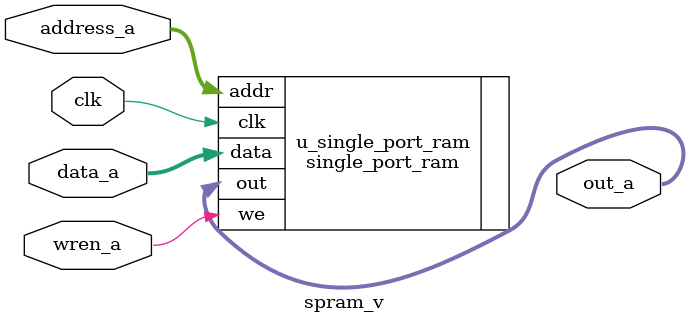
<source format=v>
`define varraysize 160   //100x16
`define Size_H 10   
`define Size_W 10   
`define DATA_WIDTH 16
`define INPUT_DEPTH 16
`define ADD_BIT_MAT 4
`define ADD_BIT_VEC 1


module top(
input clk,
input reset,
input [`ADD_BIT_MAT-1:0] start_addr_matrix,   //start address of the Xin bram (input words to LSTM)
input [`ADD_BIT_MAT-1:0] end_addr_matrix,	  //end address of the Xin bram 
input [`ADD_BIT_VEC-1:0] start_addr_vector,   //start address of the Xin bram (input words to LSTM)
input [`ADD_BIT_VEC-1:0] end_addr_vector,	  //end address of the Xin bram   
output [`DATA_WIDTH-1:0] ht_out, //output ht from the lstm
output reg Done
);


reg [6:0] waddr, inaddr;
reg wren_a, inren_a;
wire [`varraysize-1:0] mulout_fx;
wire [`varraysize-1:0] Wi_in;
wire [`varraysize-1:0] x_in;
assign ht_out = macout_fx;
//BRAMs storing the input and hidden weights of each of the gates
spram_v Wi_mem(.clk(clk),.address_a(waddr),.wren_a(wren_a),.data_a(dummyin_u),.out_a(Wi_in));
//BRAM of the input vectors to LSTM
spram_v Xi_mem(.clk(clk),.address_a(inaddr),.wren_a(inren_a),.data_a(dummyin_v),.out_a(x_in));
vecmat_mul_x #(`varraysize,`INPUT_DEPTH) f_gatex(.clk(clk),.reset(rst),.data(x_in),.W(Wi_in),.tmp(mulout_fx));
vecmat_add_x #(`varraysize,`INPUT_DEPTH) f_gateaddx(.clk(clk),.reset(rst),.mulout(mulout_fx),.data_out(macout_fx));




always @(posedge clk) begin
	if(reset == 1'b1) begin      
		waddr <= start_addr_matrix;
		inaddr <= start_addr_vector;
		wren_a <= 1'b0;
		inren_a <= 1'b0;
		Done <= 1'b0;
	end
	else if (start==1'b0) begin 
			if(inaddr == end_addr_vector) begin
				inaddr <= 1'b0;
				waddr <= 1'b0;
			end
			else if(waddr == end_addr_matrix) begin
				Done = 1'b1;
				inaddr = inaddr + 1'b1;
				waddr <= 1'b0;
			end else begin
				Done = 1'b0;
				waddr = waddr + 1'b1;
			end
			
	end
end

endmodule

 
module vecmat_mul_x #(parameter varraysize=1600,vectwidth=100) //,matsize=64)   // varraysize=1024 vectwidth=64,matsize=4096
(
 input clk,reset,
 input [varraysize-1:0] data,
 input [varraysize-1:0] W,
 //output reg [15:0] data_out
 output [varraysize-1:0] tmp
 );

 
// wire overflow [vectwidth-1:0];  

 wire [15:0] matrix_output[vectwidth-1:0];  
 //wire [15:0] tmp[vectwidth-1:0];


 reg [varraysize-1:0] vector;
 reg [varraysize-1:0] matrix;

 
   
 always @(posedge clk) begin
	if(~reset) begin
		vector <= data;
		matrix <= W;			
       	                         
	   	///count <= count+1;
		//data_out <= tmp97;
	end   
 end      


 /*genvar j;
 generate
	 for(j=0;j<100;j=j+1) begin
   			signedmul mult_u0(.a(vector[j*16+:16]),.b(matrix[j*16+:16]),.c(tmp[j*16+:16]));
	 end
 endgenerate*/
 
 	signedmul mult_u0(.clk(clk),.a(vector[0*16+:16]),.b(matrix[0*16+:16]),.c(tmp[0*16+:16]));
	signedmul mult_u1(.clk(clk),.a(vector[1*16+:16]),.b(matrix[1*16+:16]),.c(tmp[1*16+:16]));
	signedmul mult_u2(.clk(clk),.a(vector[2*16+:16]),.b(matrix[2*16+:16]),.c(tmp[2*16+:16]));
	signedmul mult_u3(.clk(clk),.a(vector[3*16+:16]),.b(matrix[3*16+:16]),.c(tmp[3*16+:16]));
	signedmul mult_u4(.clk(clk),.a(vector[4*16+:16]),.b(matrix[4*16+:16]),.c(tmp[4*16+:16]));
	signedmul mult_u5(.clk(clk),.a(vector[5*16+:16]),.b(matrix[5*16+:16]),.c(tmp[5*16+:16]));
	signedmul mult_u6(.clk(clk),.a(vector[6*16+:16]),.b(matrix[6*16+:16]),.c(tmp[6*16+:16]));
	signedmul mult_u7(.clk(clk),.a(vector[7*16+:16]),.b(matrix[7*16+:16]),.c(tmp[7*16+:16]));
	signedmul mult_u8(.clk(clk),.a(vector[8*16+:16]),.b(matrix[8*16+:16]),.c(tmp[8*16+:16]));
	signedmul mult_u9(.clk(clk),.a(vector[9*16+:16]),.b(matrix[9*16+:16]),.c(tmp[9*16+:16]));

 endmodule

 module vecmat_add_x #(parameter varraysize=1600,vectwidth=100) 
 (
 input clk,reset,
 input [varraysize-1:0] mulout,
 output reg [15:0] data_out
 );
          
 	wire [15:0] tmp0, tmp1 ,tmp2 ,tmp3 ,tmp4 ,tmp5 ,tmp6 ,tmp7; 



	qadd2 Add_u0(.a(mulout[16*0+:16]),.b(mulout[16*1+:16]),.c(tmp0));
	qadd2 Add_u2(.a(mulout[16*2+:16]),.b(mulout[16*3+:16]),.c(tmp1));
	qadd2 Add_u4(.a(mulout[16*4+:16]),.b(mulout[16*5+:16]),.c(tmp2));
	qadd2 Add_u6(.a(mulout[16*6+:16]),.b(mulout[16*7+:16]),.c(tmp3));
	qadd2 Add_u8(.a(mulout[16*8+:16]),.b(mulout[16*9+:16]),.c(tmp4));
	
	
		
	qadd2 Add_u1(.a(tmp0),.b(tmp1),.c(tmp5));
	qadd2 Add_u3(.a(tmp2),.b(tmp3),.c(tmp6));

	
	qadd2 Add_u51(.a(tmp5),.b(tmp6),.c(tmp7));
	qadd2 Add_u52(.a(tmp7),.b(tmp4),.c(data_out));
			
		
									
	   
endmodule

module signedmul(
  input clk,
  input [15:0] a,
  input [15:0] b,
  output [15:0] c
);

wire [31:0] result;
wire [15:0] a_new;
wire [15:0] b_new;

reg [15:0] a_ff;
reg [15:0] b_ff;
reg [31:0] result_ff;
reg a_sign,b_sign,a_sign_ff,b_sign_ff;

assign c = (b_sign_ff==a_sign_ff)?result_ff[26:12]:(~result_ff[26:12]+1'b1);
assign a_new = a[15]?(~a + 1'b1):a;
assign b_new = b[15]?(~b + 1'b1):b;
assign result = a_ff*b_ff;

always@(posedge clk) begin
	a_ff <= a_new;
	b_ff <= b_new; 

	a_sign <= a[15];
	b_sign <= b[15];
	a_sign_ff <= a_sign;
	b_sign_ff <= b_sign;
    result_ff <= result;
    
end


endmodule



module qadd2(
 input [15:0] a,
 input [15:0] b,
 output [15:0] c
    );
    
assign c = a + b;


endmodule



module spram_v(	
input clk,
input [(7-1):0] address_a,
input  wren_a,
input [(`varraysize-1):0] data_a,
output reg [(`varraysize-1):0] out_a
);


`ifdef SIMULATION_MEMORY

reg [`varraysize-1:0] ram[`ARRAY_DEPTH-1:0];

always @ (posedge clk) begin 
  if (wren_a) begin
      ram[address_a] <= data_a;
  end
  else begin
      out_a <= ram[address_a];
  end
end
  

`else

defparam u_single_port_ram.ADDR_WIDTH = `ADD_BIT_MAT;
defparam u_single_port_ram.DATA_WIDTH = `varraysize;
single_port_ram u_single_port_ram(
.addr(address_a),
.we(wren_a),
.data(data_a),
.out(out_a),
.clk(clk)
);

`endif

endmodule




</source>
